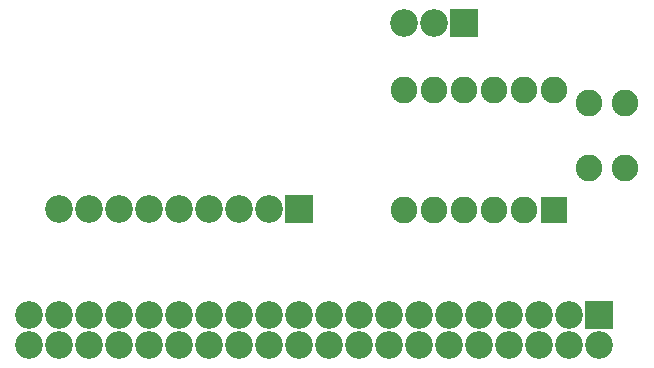
<source format=gbr>
G04 EasyPC Gerber Version 20.0.2 Build 4112 *
%FSLAX35Y35*%
%MOIN*%
%ADD124R,0.08874X0.08874*%
%ADD119R,0.09268X0.09268*%
%ADD117C,0.08874*%
%ADD120C,0.09268*%
X0Y0D02*
D02*
D117*
X145600Y70600D03*
Y110600D03*
X155600Y70600D03*
Y110600D03*
X165600Y70600D03*
Y110600D03*
X175600Y70600D03*
Y110600D03*
X185600Y70600D03*
Y110600D03*
X195600D03*
X207100Y84773D03*
Y106427D03*
X219100Y84773D03*
Y106427D03*
D02*
D119*
X110600Y71100D03*
X165600Y133100D03*
X210600Y35600D03*
D02*
D120*
X20600Y25600D03*
Y35600D03*
X30600Y25600D03*
Y35600D03*
Y71100D03*
X40600Y25600D03*
Y35600D03*
Y71100D03*
X50600Y25600D03*
Y35600D03*
Y71100D03*
X60600Y25600D03*
Y35600D03*
Y71100D03*
X70600Y25600D03*
Y35600D03*
Y71100D03*
X80600Y25600D03*
Y35600D03*
Y71100D03*
X90600Y25600D03*
Y35600D03*
Y71100D03*
X100600Y25600D03*
Y35600D03*
Y71100D03*
X110600Y25600D03*
Y35600D03*
X120600Y25600D03*
Y35600D03*
X130600Y25600D03*
Y35600D03*
X140600Y25600D03*
Y35600D03*
X145600Y133100D03*
X150600Y25600D03*
Y35600D03*
X155600Y133100D03*
X160600Y25600D03*
Y35600D03*
X170600Y25600D03*
Y35600D03*
X180600Y25600D03*
Y35600D03*
X190600Y25600D03*
Y35600D03*
X200600Y25600D03*
Y35600D03*
X210600Y25600D03*
D02*
D124*
X195600Y70600D03*
X0Y0D02*
M02*

</source>
